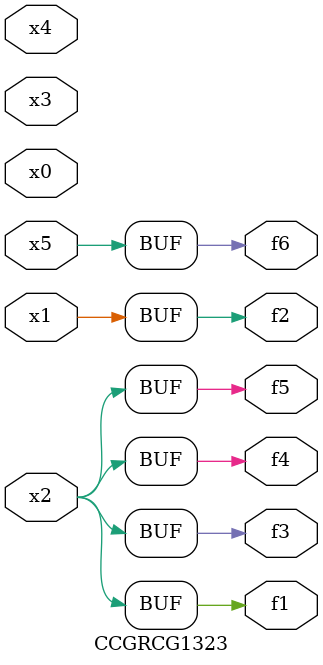
<source format=v>
module CCGRCG1323(
	input x0, x1, x2, x3, x4, x5,
	output f1, f2, f3, f4, f5, f6
);
	assign f1 = x2;
	assign f2 = x1;
	assign f3 = x2;
	assign f4 = x2;
	assign f5 = x2;
	assign f6 = x5;
endmodule

</source>
